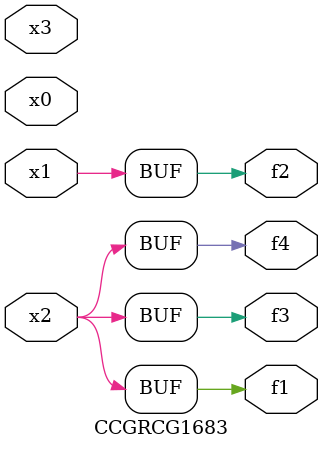
<source format=v>
module CCGRCG1683(
	input x0, x1, x2, x3,
	output f1, f2, f3, f4
);
	assign f1 = x2;
	assign f2 = x1;
	assign f3 = x2;
	assign f4 = x2;
endmodule

</source>
